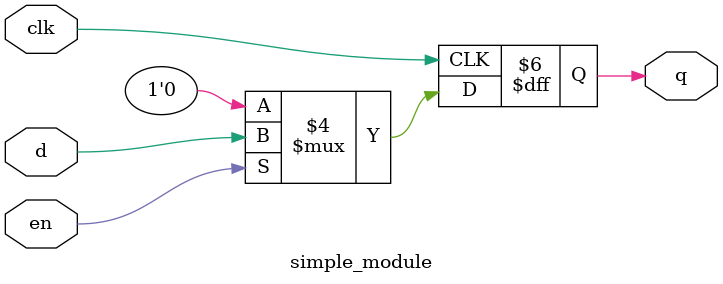
<source format=v>
`timescale 1ns/1ps

module simple_module (
		      input clk,
		      input en,
		      input d,
		      output reg q
		      );

   initial q=0;
   
   always @(posedge clk) begin
      if (en)
	q <= d;   // NON-BLOCKING ASSIGNMENT specifies D Flip Flop
      else        // The flip-flop creates a one-cycle delay before
	q <= 0;   // q is changed
   end
endmodule // simple_module

</source>
